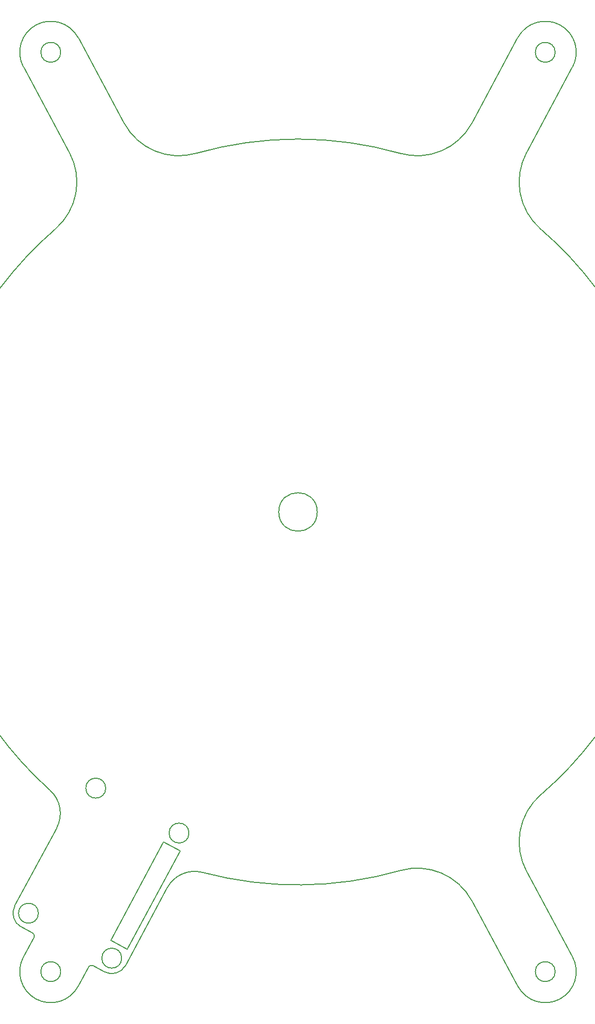
<source format=gm1>
%TF.GenerationSoftware,KiCad,Pcbnew,(6.0.7-1)-1*%
%TF.CreationDate,2023-02-20T21:14:53+08:00*%
%TF.ProjectId,layer5,6c617965-7235-42e6-9b69-6361645f7063,1.1*%
%TF.SameCoordinates,Original*%
%TF.FileFunction,Profile,NP*%
%FSLAX46Y46*%
G04 Gerber Fmt 4.6, Leading zero omitted, Abs format (unit mm)*
G04 Created by KiCad (PCBNEW (6.0.7-1)-1) date 2023-02-20 21:14:53*
%MOMM*%
%LPD*%
G01*
G04 APERTURE LIST*
%TA.AperFunction,Profile*%
%ADD10C,0.200000*%
%TD*%
G04 APERTURE END LIST*
D10*
X67466699Y-178446352D02*
X65774204Y-181589657D01*
X71776590Y-36039902D02*
G75*
G03*
X71776590Y-36039902I-1600000J0D01*
G01*
X94623754Y-167996285D02*
G75*
G03*
X88940010Y-170458885I-1281354J-4833015D01*
G01*
X94623750Y-167996301D02*
G75*
G03*
X126464114Y-167696906I15376250J57996301D01*
G01*
X70895038Y-64493933D02*
G75*
G03*
X73182319Y-52168707I-6517488J7584343D01*
G01*
X76948755Y-182984040D02*
X78815367Y-183989107D01*
X82473338Y-180359486D02*
X79831906Y-178937221D01*
X151423410Y-36039902D02*
G75*
G03*
X151423410Y-36039902I-1600000J0D01*
G01*
X92438244Y-161660201D02*
G75*
G03*
X92438244Y-161660201I-1600000J0D01*
G01*
X154225779Y-38410334D02*
G75*
G03*
X145421023Y-33669461I-4402379J2370434D01*
G01*
X138012891Y-172572183D02*
G75*
G03*
X126464114Y-167696906I-8804791J-4740917D01*
G01*
X65396892Y-176764003D02*
X67263504Y-177769070D01*
X71119156Y-160863345D02*
G75*
G03*
X70046241Y-154762676I-4402356J2370445D01*
G01*
X154225796Y-181589657D02*
X146817681Y-167831293D01*
X71119148Y-160863340D02*
X64380919Y-173377589D01*
X88365493Y-163088629D02*
X91006926Y-164510894D01*
X64380903Y-173377580D02*
G75*
G03*
X65396892Y-176764003I2201197J-1185220D01*
G01*
X68182113Y-174562809D02*
G75*
G03*
X68182113Y-174562809I-1600000J0D01*
G01*
X149104961Y-155506066D02*
G75*
G03*
X149104961Y-64493934I-39104961J45506066D01*
G01*
X76948744Y-182984060D02*
G75*
G03*
X76271472Y-183187235I-237044J-440240D01*
G01*
X146817701Y-52168718D02*
G75*
G03*
X149104961Y-64493934I8804799J-4740882D01*
G01*
X74578993Y-33669452D02*
G75*
G03*
X65774204Y-38410343I-4402393J-2370448D01*
G01*
X138012907Y-172572175D02*
X145421023Y-186330539D01*
X145421007Y-186330548D02*
G75*
G03*
X154225796Y-181589657I4402393J2370448D01*
G01*
X79019769Y-154435097D02*
G75*
G03*
X79019769Y-154435097I-1600000J0D01*
G01*
X74578977Y-186330539D02*
X76271472Y-183187235D01*
X81987093Y-47427825D02*
X74578977Y-33669461D01*
X67466703Y-178446354D02*
G75*
G03*
X67263504Y-177769070I-440203J237054D01*
G01*
X151423410Y-183960098D02*
G75*
G03*
X151423410Y-183960098I-1600000J0D01*
G01*
X71776590Y-183960098D02*
G75*
G03*
X71776590Y-183960098I-1600000J0D01*
G01*
X65774221Y-181589666D02*
G75*
G03*
X74578977Y-186330539I4402379J-2370434D01*
G01*
X78815378Y-183989087D02*
G75*
G03*
X82201781Y-182973134I1185222J2201187D01*
G01*
X146817681Y-52168707D02*
X154225796Y-38410343D01*
X91006926Y-164510894D02*
X82473338Y-180359486D01*
X82201781Y-182973134D02*
X88940010Y-170458885D01*
X126464114Y-52303094D02*
G75*
G03*
X93535886Y-52303094I-16464114J-57696909D01*
G01*
X79831906Y-178937221D02*
X88365493Y-163088629D01*
X65774204Y-38410343D02*
X73182319Y-52168707D01*
X70895039Y-64493934D02*
G75*
G03*
X70046241Y-154762676I39104961J-45506066D01*
G01*
X145421023Y-33669461D02*
X138012907Y-47427825D01*
X81987091Y-47427826D02*
G75*
G03*
X93535886Y-52303094I8804779J4740896D01*
G01*
X81600587Y-181787914D02*
G75*
G03*
X81600587Y-181787914I-1600000J0D01*
G01*
X126464114Y-52303094D02*
G75*
G03*
X138012907Y-47427825I2744026J9616134D01*
G01*
X113100000Y-110000000D02*
G75*
G03*
X113100000Y-110000000I-3100000J0D01*
G01*
X149104961Y-155506066D02*
G75*
G03*
X146817681Y-167831293I6517439J-7584334D01*
G01*
M02*

</source>
